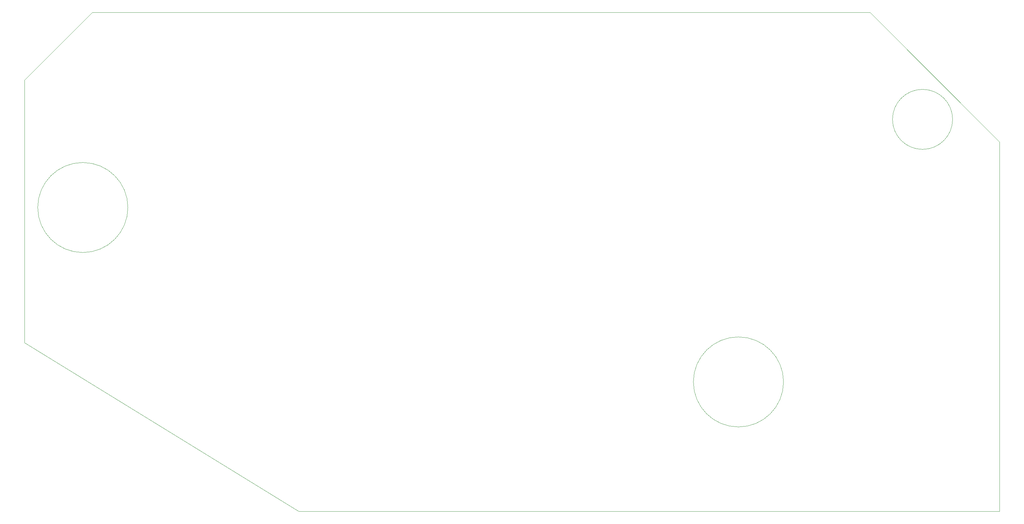
<source format=gbr>
%TF.GenerationSoftware,KiCad,Pcbnew,8.0.8*%
%TF.CreationDate,2025-02-16T17:42:49-08:00*%
%TF.ProjectId,MainBoard_RP2040,4d61696e-426f-4617-9264-5f5250323034,rev?*%
%TF.SameCoordinates,Original*%
%TF.FileFunction,Profile,NP*%
%FSLAX46Y46*%
G04 Gerber Fmt 4.6, Leading zero omitted, Abs format (unit mm)*
G04 Created by KiCad (PCBNEW 8.0.8) date 2025-02-16 17:42:49*
%MOMM*%
%LPD*%
G01*
G04 APERTURE LIST*
%TA.AperFunction,Profile*%
%ADD10C,0.100000*%
%TD*%
G04 APERTURE END LIST*
D10*
X38000000Y-17000000D02*
X245000000Y-17000000D01*
X20000000Y-105000000D02*
X20000000Y-35000000D01*
X279514000Y-150000000D02*
X93000000Y-150000000D01*
X279500000Y-51500000D02*
X279514000Y-150000000D01*
X267000000Y-45500000D02*
G75*
G02*
X251000000Y-45500000I-8000000J0D01*
G01*
X251000000Y-45500000D02*
G75*
G02*
X267000000Y-45500000I8000000J0D01*
G01*
X47500000Y-69000000D02*
G75*
G02*
X23500000Y-69000000I-12000000J0D01*
G01*
X23500000Y-69000000D02*
G75*
G02*
X47500000Y-69000000I12000000J0D01*
G01*
X222000000Y-115500000D02*
G75*
G02*
X198000000Y-115500000I-12000000J0D01*
G01*
X198000000Y-115500000D02*
G75*
G02*
X222000000Y-115500000I12000000J0D01*
G01*
X245000000Y-17000000D02*
X279500000Y-51500000D01*
X20000000Y-35000000D02*
X38000000Y-17000000D01*
X20000000Y-105000000D02*
X93000000Y-150000000D01*
M02*

</source>
